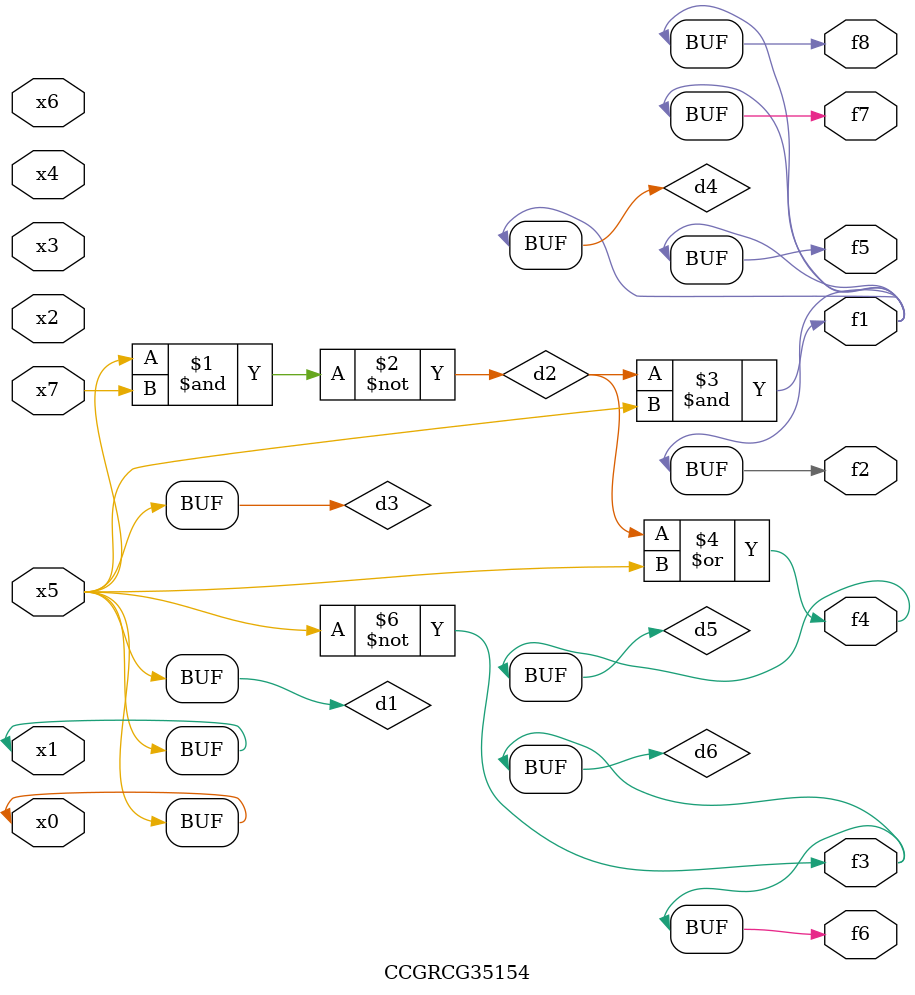
<source format=v>
module CCGRCG35154(
	input x0, x1, x2, x3, x4, x5, x6, x7,
	output f1, f2, f3, f4, f5, f6, f7, f8
);

	wire d1, d2, d3, d4, d5, d6;

	buf (d1, x0, x5);
	nand (d2, x5, x7);
	buf (d3, x0, x1);
	and (d4, d2, d3);
	or (d5, d2, d3);
	nor (d6, d1, d3);
	assign f1 = d4;
	assign f2 = d4;
	assign f3 = d6;
	assign f4 = d5;
	assign f5 = d4;
	assign f6 = d6;
	assign f7 = d4;
	assign f8 = d4;
endmodule

</source>
